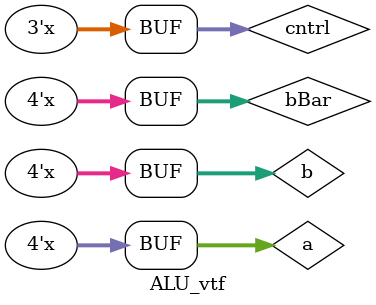
<source format=v>
`timescale 1ns / 1ps


module ALU_vtf;

	// Inputs
	reg [2:0] cntrl;
	reg [3:0] a;
	reg [3:0] b;
	reg [3:0] bBar;
	reg [3:0] f_tc;
	reg [3:0] f_temp;
	reg error, cout_tc, v_tc;

	// Outputs
	wire [3:0] f;
	wire cout, v;

	// Instantiate the Unit Under Test (UUT)
	ALU uut (
		.f(f), 
		.cout(cout), 
		.v(v),
		.cntrl(cntrl), 
		.a(a), 
		.b(b) 
	);

	initial begin
		// Initialize Inputs
		cntrl = 0;
		a = 0;
		b = 0;
		bBar = 0;
		f_tc = 0;
		f_temp = 0;
		cout_tc = 0;
		v_tc = 0;
		error = 0;
		// Wait 100 ns for global reset to finish
		#100;
        
		// Add stimulus here

	end
	
	always
	begin
		#2 {cntrl, a, b} = {cntrl, a, b} + 1;
		#1 bBar = ~b[3:0];
		
		case(cntrl)
			3'b000: begin
				{cout_tc, f_tc} = a+b;
				#1 v_tc = (a[3] & b[3] & ~f_tc[3]) | (~a[3] & bBar[3] & f_tc[3]);
			end
			3'b001: begin
				{cout_tc, f_tc} = a+bBar+1; 
				#1 v_tc = (a[3] & bBar[3] & ~f_tc[3]) | (~a[3] & b[3] & f_tc[3]);
			end
			3'b010: begin
				{cout_tc, f_temp} = a+b;
				f_tc=a|b;
				#1 v_tc = (a[3] & b[3] & ~f_temp[3]) | (~a[3] & ~b[3] & f_temp[3]);
			end
			3'b011: begin
				{cout_tc, f_temp} = a+bBar+1; 
				f_tc=a|~b;
				#1 v_tc = (a[3] & bBar[3] & ~f_temp[3]) | (~a[3] & b[3] & f_temp[3]);
			end
			3'b100: begin
				{cout_tc, f_temp} = a+b;
				f_tc=a&b;
				#1 v_tc = (a[3] & b[3] & ~f_temp[3]) | (~a[3] & bBar[3] & f_temp[3]);
			end
			3'b101: begin
				{cout_tc, f_temp} = a+bBar+1;
				f_tc=a&~b;
				#1 v_tc = (a[3] & bBar[3] & ~f_temp[3]) | (~a[3] & b[3] & f_temp[3]);
			end
			3'b110: begin
				{cout_tc, f_temp} = a+b;
				f_tc=~a[3:0];
				#1 v_tc = (a[3] & b[3] & ~f_temp[3]) | (~a[3] & bBar[3] & f_temp[3]);
			end
			3'b111: begin
				{cout_tc, f_temp} = a+bBar+1; 
				f_tc=bBar;
				#1 v_tc = (a[3] & bBar[3] & ~f_temp[3]) | (~a[3] & b[3] & f_temp[3]);
			end
		endcase	
		
		#1 if(f == f_tc && cout == cout_tc && v_tc == v) error = 0;
		else error = 1;
	end
      
endmodule


</source>
